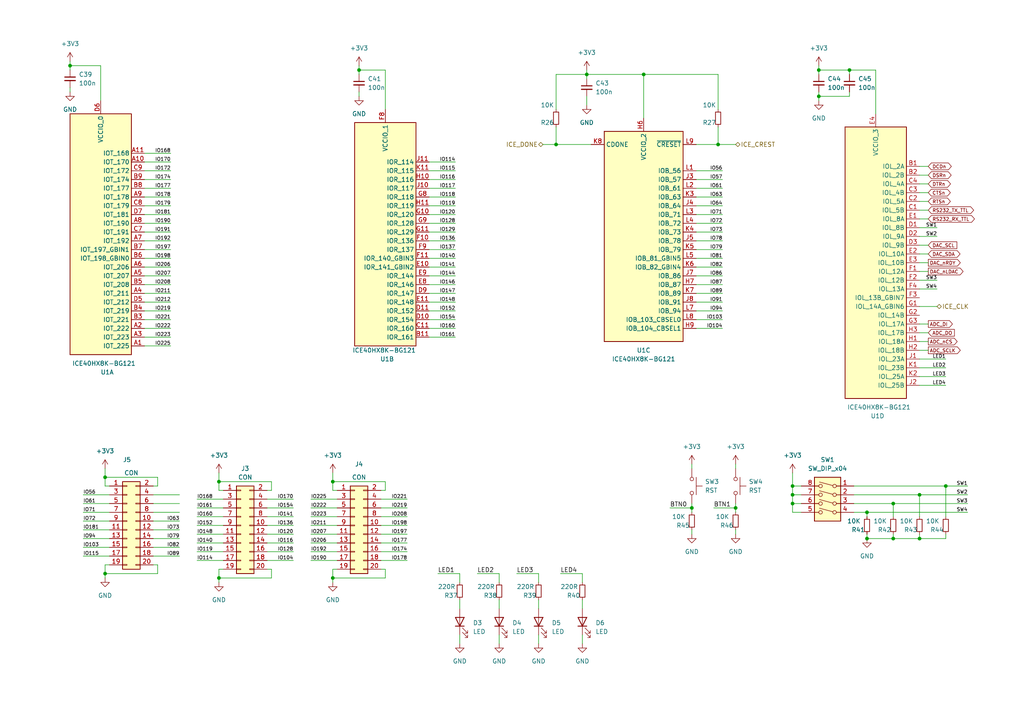
<source format=kicad_sch>
(kicad_sch (version 20211123) (generator eeschema)
  (paper "A4")
  (lib_symbols
    (symbol "Connector_Generic:Conn_02x10_Odd_Even" (pin_names (offset 1.016) hide)
      (property "Reference" "J" (at 1.27 12.7 0))
      (property "Value" "Conn_02x10_Odd_Even" (at 1.27 -15.24 0))
      (symbol "Conn_02x10_Odd_Even_1_1"
        (pin passive line (at -5.08 10.16 0) (length 3.81) (name "Pin_1") (number "1"))
        (pin passive line (at 7.62 0 180) (length 3.81) (name "Pin_10") (number "10"))
        (pin passive line (at -5.08 -2.54 0) (length 3.81) (name "Pin_11") (number "11"))
        (pin passive line (at 7.62 -2.54 180) (length 3.81) (name "Pin_12") (number "12"))
        (pin passive line (at -5.08 -5.08 0) (length 3.81) (name "Pin_13") (number "13"))
        (pin passive line (at 7.62 -5.08 180) (length 3.81) (name "Pin_14") (number "14"))
        (pin passive line (at -5.08 -7.62 0) (length 3.81) (name "Pin_15") (number "15"))
        (pin passive line (at 7.62 -7.62 180) (length 3.81) (name "Pin_16") (number "16"))
        (pin passive line (at -5.08 -10.16 0) (length 3.81) (name "Pin_17") (number "17"))
        (pin passive line (at 7.62 -10.16 180) (length 3.81) (name "Pin_18") (number "18"))
        (pin passive line (at -5.08 -12.7 0) (length 3.81) (name "Pin_19") (number "19"))
        (pin passive line (at 7.62 10.16 180) (length 3.81) (name "Pin_2") (number "2"))
        (pin passive line (at 7.62 -12.7 180) (length 3.81) (name "Pin_20") (number "20"))
        (pin passive line (at -5.08 7.62 0) (length 3.81) (name "Pin_3") (number "3"))
        (pin passive line (at 7.62 7.62 180) (length 3.81) (name "Pin_4") (number "4"))
        (pin passive line (at -5.08 5.08 0) (length 3.81) (name "Pin_5") (number "5"))
        (pin passive line (at 7.62 5.08 180) (length 3.81) (name "Pin_6") (number "6"))
        (pin passive line (at -5.08 2.54 0) (length 3.81) (name "Pin_7") (number "7"))
        (pin passive line (at 7.62 2.54 180) (length 3.81) (name "Pin_8") (number "8"))
        (pin passive line (at -5.08 0 0) (length 3.81) (name "Pin_9") (number "9"))
      )
    )
    (symbol "Device:C_Small" (pin_numbers hide) (pin_names (offset 0.254) hide)
      (property "Reference" "C" (at 0.254 1.778 0))
      (property "Value" "C_Small" (at 0.254 -2.032 0))
      (symbol "C_Small_1_1"
        (pin passive line (at 0 2.54 270) (length 2.032) (name "~") (number "1"))
        (pin passive line (at 0 -2.54 90) (length 2.032) (name "~") (number "2"))
      )
    )
    (symbol "Device:LED" (pin_numbers hide) (pin_names (offset 1.016) hide)
      (property "Reference" "D" (at 0 2.54 0))
      (property "Value" "LED" (at 0 -2.54 0))
      (symbol "LED_1_1"
        (pin passive line (at -3.81 0 0) (length 2.54) (name "K") (number "1"))
        (pin passive line (at 3.81 0 180) (length 2.54) (name "A") (number "2"))
      )
    )
    (symbol "Device:R_Small" (pin_numbers hide) (pin_names (offset 0.254) hide)
      (property "Reference" "R" (at 0.762 0.508 0))
      (property "Value" "R_Small" (at 0.762 -1.016 0))
      (symbol "R_Small_1_1"
        (pin passive line (at 0 2.54 270) (length 0.762) (name "~") (number "1"))
        (pin passive line (at 0 -2.54 90) (length 0.762) (name "~") (number "2"))
      )
    )
    (symbol "FPGA_Lattice:ICE40HX8K-BG121"
      (property "Reference" "U" (at 2.54 44.45 0))
      (property "Value" "ICE40HX8K-BG121" (at 10.16 41.91 0))
      (symbol "ICE40HX8K-BG121_1_1"
        (pin bidirectional line (at -12.7 -35.56 0) (length 3.81) (name "IOT_225") (number "A1"))
        (pin bidirectional line (at -12.7 17.78 0) (length 3.81) (name "IOT_170") (number "A10"))
        (pin bidirectional line (at -12.7 20.32 0) (length 3.81) (name "IOT_168") (number "A11"))
        (pin bidirectional line (at -12.7 -30.48 0) (length 3.81) (name "IOT_222") (number "A2"))
        (pin bidirectional line (at -12.7 -33.02 0) (length 3.81) (name "IOT_223") (number "A3"))
        (pin bidirectional line (at -12.7 -20.32 0) (length 3.81) (name "IOT_211") (number "A4"))
        (pin bidirectional line (at -12.7 -15.24 0) (length 3.81) (name "IOT_207") (number "A5"))
        (pin bidirectional line (at -12.7 -12.7 0) (length 3.81) (name "IOT_206") (number "A6"))
        (pin bidirectional line (at -12.7 -5.08 0) (length 3.81) (name "IOT_192") (number "A7"))
        (pin bidirectional line (at -12.7 0 0) (length 3.81) (name "IOT_190") (number "A8"))
        (pin bidirectional line (at -12.7 7.62 0) (length 3.81) (name "IOT_178") (number "A9"))
        (pin bidirectional line (at -12.7 -27.94 0) (length 3.81) (name "IOT_221") (number "B3"))
        (pin bidirectional line (at -12.7 -25.4 0) (length 3.81) (name "IOT_219") (number "B4"))
        (pin bidirectional line (at -12.7 -17.78 0) (length 3.81) (name "IOT_208") (number "B5"))
        (pin bidirectional line (at -12.7 -10.16 0) (length 3.81) (name "IOT_198_GBIN0") (number "B6"))
        (pin bidirectional line (at -12.7 -7.62 0) (length 3.81) (name "IOT_197_GBIN1") (number "B7"))
        (pin bidirectional line (at -12.7 10.16 0) (length 3.81) (name "IOT_177") (number "B8"))
        (pin bidirectional line (at -12.7 12.7 0) (length 3.81) (name "IOT_174") (number "B9"))
        (pin bidirectional line (at -12.7 -2.54 0) (length 3.81) (name "IOT_191") (number "C7"))
        (pin bidirectional line (at -12.7 5.08 0) (length 3.81) (name "IOT_179") (number "C8"))
        (pin bidirectional line (at -12.7 15.24 0) (length 3.81) (name "IOT_172") (number "C9"))
        (pin bidirectional line (at -12.7 -22.86 0) (length 3.81) (name "IOT_212") (number "D5"))
        (pin power_in line (at 0 35.56 270) (length 3.81) (name "VCCIO_0") (number "D6"))
        (pin bidirectional line (at -12.7 2.54 0) (length 3.81) (name "IOT_181") (number "D7"))
      )
      (symbol "ICE40HX8K-BG121_2_1"
        (pin bidirectional line (at -12.7 -30.48 0) (length 3.81) (name "IOR_161") (number "B11"))
        (pin bidirectional line (at -12.7 -27.94 0) (length 3.81) (name "IOR_160") (number "C11"))
        (pin bidirectional line (at -12.7 -25.4 0) (length 3.81) (name "IOR_154") (number "D10"))
        (pin bidirectional line (at -12.7 -22.86 0) (length 3.81) (name "IOR_152") (number "D11"))
        (pin bidirectional line (at -12.7 -17.78 0) (length 3.81) (name "IOR_147") (number "D9"))
        (pin bidirectional line (at -12.7 -10.16 0) (length 3.81) (name "IOR_141_GBIN2") (number "E10"))
        (pin bidirectional line (at -12.7 -20.32 0) (length 3.81) (name "IOR_148") (number "E11"))
        (pin bidirectional line (at -12.7 -15.24 0) (length 3.81) (name "IOR_146") (number "E8"))
        (pin bidirectional line (at -12.7 -12.7 0) (length 3.81) (name "IOR_144") (number "E9"))
        (pin bidirectional line (at -12.7 -2.54 0) (length 3.81) (name "IOR_136") (number "F10"))
        (pin bidirectional line (at -12.7 -7.62 0) (length 3.81) (name "IOR_140_GBIN3") (number "F11"))
        (pin power_in line (at 0 35.56 270) (length 3.81) (name "VCCIO_1") (number "F8"))
        (pin bidirectional line (at -12.7 -5.08 0) (length 3.81) (name "IOR_137") (number "F9"))
        (pin bidirectional line (at -12.7 5.08 0) (length 3.81) (name "IOR_120") (number "G10"))
        (pin bidirectional line (at -12.7 0 0) (length 3.81) (name "IOR_129") (number "G11"))
        (pin bidirectional line (at -12.7 10.16 0) (length 3.81) (name "IOR_118") (number "G8"))
        (pin bidirectional line (at -12.7 2.54 0) (length 3.81) (name "IOR_128") (number "G9"))
        (pin bidirectional line (at -12.7 15.24 0) (length 3.81) (name "IOR_116") (number "H10"))
        (pin bidirectional line (at -12.7 7.62 0) (length 3.81) (name "IOR_119") (number "H11"))
        (pin bidirectional line (at -12.7 12.7 0) (length 3.81) (name "IOR_117") (number "J10"))
        (pin bidirectional line (at -12.7 20.32 0) (length 3.81) (name "IOR_114") (number "J11"))
        (pin bidirectional line (at -12.7 17.78 0) (length 3.81) (name "IOR_115") (number "K11"))
      )
      (symbol "ICE40HX8K-BG121_3_1"
        (pin power_in line (at 0 33.02 270) (length 3.81) (name "VCCIO_2") (number "H6"))
        (pin bidirectional line (at -15.24 -15.24 0) (length 3.81) (name "IOB_87") (number "H7"))
        (pin bidirectional line (at -15.24 -27.94 0) (length 3.81) (name "IOB_104_CBSEL1") (number "H9"))
        (pin bidirectional line (at -15.24 15.24 0) (length 3.81) (name "IOB_57") (number "J3"))
        (pin bidirectional line (at -15.24 7.62 0) (length 3.81) (name "IOB_64") (number "J4"))
        (pin bidirectional line (at -15.24 -2.54 0) (length 3.81) (name "IOB_78") (number "J5"))
        (pin bidirectional line (at -15.24 -12.7 0) (length 3.81) (name "IOB_86") (number "J7"))
        (pin bidirectional line (at -15.24 -20.32 0) (length 3.81) (name "IOB_91") (number "J8"))
        (pin bidirectional line (at -15.24 10.16 0) (length 3.81) (name "IOB_63") (number "K3"))
        (pin bidirectional line (at -15.24 0 0) (length 3.81) (name "IOB_73") (number "K4"))
        (pin bidirectional line (at -15.24 -5.08 0) (length 3.81) (name "IOB_79") (number "K5"))
        (pin bidirectional line (at -15.24 -10.16 0) (length 3.81) (name "IOB_82_GBIN4") (number "K6"))
        (pin bidirectional line (at -15.24 -17.78 0) (length 3.81) (name "IOB_89") (number "K7"))
        (pin open_collector line (at 15.24 25.4 180) (length 3.81) (name "CDONE") (number "K8"))
        (pin bidirectional line (at -15.24 17.78 0) (length 3.81) (name "IOB_56") (number "L1"))
        (pin bidirectional line (at -15.24 12.7 0) (length 3.81) (name "IOB_61") (number "L2"))
        (pin bidirectional line (at -15.24 5.08 0) (length 3.81) (name "IOB_71") (number "L3"))
        (pin bidirectional line (at -15.24 2.54 0) (length 3.81) (name "IOB_72") (number "L4"))
        (pin bidirectional line (at -15.24 -7.62 0) (length 3.81) (name "IOB_81_GBIN5") (number "L5"))
        (pin bidirectional line (at -15.24 -22.86 0) (length 3.81) (name "IOB_94") (number "L7"))
        (pin bidirectional line (at -15.24 -25.4 0) (length 3.81) (name "IOB_103_CBSEL0") (number "L8"))
        (pin input line (at -15.24 25.4 0) (length 3.81) (name "~{CRESET}") (number "L9"))
      )
      (symbol "ICE40HX8K-BG121_4_1"
        (pin bidirectional line (at -12.7 27.94 0) (length 3.81) (name "IOL_2A") (number "B1"))
        (pin bidirectional line (at -12.7 25.4 0) (length 3.81) (name "IOL_2B") (number "B2"))
        (pin bidirectional line (at -12.7 15.24 0) (length 3.81) (name "IOL_5B") (number "C1"))
        (pin bidirectional line (at -12.7 17.78 0) (length 3.81) (name "IOL_5A") (number "C2"))
        (pin bidirectional line (at -12.7 20.32 0) (length 3.81) (name "IOL_4B") (number "C3"))
        (pin bidirectional line (at -12.7 22.86 0) (length 3.81) (name "IOL_4A") (number "C4"))
        (pin bidirectional line (at -12.7 10.16 0) (length 3.81) (name "IOL_8B") (number "D1"))
        (pin bidirectional line (at -12.7 7.62 0) (length 3.81) (name "IOL_9A") (number "D2"))
        (pin bidirectional line (at -12.7 5.08 0) (length 3.81) (name "IOL_9B") (number "D3"))
        (pin bidirectional line (at -12.7 12.7 0) (length 3.81) (name "IOL_8A") (number "E1"))
        (pin bidirectional line (at -12.7 2.54 0) (length 3.81) (name "IOL_10A") (number "E2"))
        (pin bidirectional line (at -12.7 0 0) (length 3.81) (name "IOL_10B") (number "E3"))
        (pin power_in line (at 0 43.18 270) (length 3.81) (name "VCCIO_3") (number "E4"))
        (pin bidirectional line (at -12.7 -2.54 0) (length 3.81) (name "IOL_12A") (number "F1"))
        (pin bidirectional line (at -12.7 -5.08 0) (length 3.81) (name "IOL_12B") (number "F2"))
        (pin bidirectional line (at -12.7 -10.16 0) (length 3.81) (name "IOL_13B_GBIN7") (number "F3"))
        (pin bidirectional line (at -12.7 -7.62 0) (length 3.81) (name "IOL_13A") (number "F4"))
        (pin bidirectional line (at -12.7 -12.7 0) (length 3.81) (name "IOL_14A_GBIN6") (number "G1"))
        (pin bidirectional line (at -12.7 -15.24 0) (length 3.81) (name "IOL_14B") (number "G2"))
        (pin bidirectional line (at -12.7 -17.78 0) (length 3.81) (name "IOL_17A") (number "G3"))
        (pin passive line (at 0 43.18 270) (length 3.81) hide (name "VCCIO_3") (number "G4"))
        (pin bidirectional line (at -12.7 -22.86 0) (length 3.81) (name "IOL_18A") (number "H1"))
        (pin bidirectional line (at -12.7 -25.4 0) (length 3.81) (name "IOL_18B") (number "H2"))
        (pin bidirectional line (at -12.7 -20.32 0) (length 3.81) (name "IOL_17B") (number "H3"))
        (pin bidirectional line (at -12.7 -27.94 0) (length 3.81) (name "IOL_23A") (number "J1"))
        (pin bidirectional line (at -12.7 -35.56 0) (length 3.81) (name "IOL_25B") (number "J2"))
        (pin bidirectional line (at -12.7 -30.48 0) (length 3.81) (name "IOL_23B") (number "K1"))
        (pin bidirectional line (at -12.7 -33.02 0) (length 3.81) (name "IOL_25A") (number "K2"))
      )
      (symbol "ICE40HX8K-BG121_5_1"
        (pin power_in line (at -2.54 17.78 270) (length 3.81) (name "VPP_FAST") (number "B10"))
        (pin power_in line (at 0 17.78 270) (length 3.81) (name "VPP_2V5") (number "C10"))
        (pin power_in line (at 15.24 -10.16 180) (length 3.81) (name "GNDPLL1") (number "C5"))
        (pin power_in line (at 15.24 -2.54 180) (length 3.81) (name "VCCPLL1") (number "C6"))
        (pin passive line (at 2.54 17.78 270) (length 3.81) hide (name "VCC") (number "D4"))
        (pin power_in line (at 2.54 17.78 270) (length 3.81) (name "VCC") (number "D8"))
        (pin power_in line (at -7.62 -17.78 90) (length 3.81) (name "GND") (number "E5"))
        (pin passive line (at -7.62 -17.78 90) (length 3.81) hide (name "GND") (number "E6"))
        (pin passive line (at -7.62 -17.78 90) (length 3.81) hide (name "GND") (number "E7"))
        (pin passive line (at -7.62 -17.78 90) (length 3.81) hide (name "GND") (number "F5"))
        (pin passive line (at -7.62 -17.78 90) (length 3.81) hide (name "GND") (number "F6"))
        (pin passive line (at -7.62 -17.78 90) (length 3.81) hide (name "GND") (number "F7"))
        (pin passive line (at -7.62 -17.78 90) (length 3.81) hide (name "GND") (number "G5"))
        (pin passive line (at -7.62 -17.78 90) (length 3.81) hide (name "GND") (number "G6"))
        (pin passive line (at -7.62 -17.78 90) (length 3.81) hide (name "GND") (number "G7"))
        (pin passive line (at 2.54 17.78 270) (length 3.81) hide (name "VCC") (number "H4"))
        (pin passive line (at -7.62 -17.78 90) (length 3.81) hide (name "GND") (number "H5"))
        (pin passive line (at 2.54 17.78 270) (length 3.81) hide (name "VCC") (number "H8"))
        (pin power_in line (at 15.24 7.62 180) (length 3.81) (name "VCCPLL0") (number "J6"))
        (pin bidirectional line (at -15.24 0 0) (length 3.81) (name "IOB_106_SDI") (number "J9"))
        (pin bidirectional line (at -15.24 -5.08 0) (length 3.81) (name "IOB_108_SS") (number "K10"))
        (pin bidirectional line (at -15.24 2.54 0) (length 3.81) (name "IOB_105_SDO") (number "K9"))
        (pin bidirectional line (at -15.24 -2.54 0) (length 3.81) (name "IOB_107_SCK") (number "L10"))
        (pin power_in line (at -7.62 17.78 270) (length 3.81) (name "VCC_SPI") (number "L11"))
        (pin power_in line (at 15.24 0 180) (length 3.81) (name "GNDPLL0") (number "L6"))
      )
    )
    (symbol "Switch:SW_DIP_x04" (pin_names (offset 0) hide)
      (property "Reference" "SW" (at 0 8.89 0))
      (property "Value" "SW_DIP_x04" (at 0 -6.35 0))
      (symbol "SW_DIP_x04_1_1"
        (pin passive line (at -7.62 5.08 0) (length 5.08) (name "~") (number "1"))
        (pin passive line (at -7.62 2.54 0) (length 5.08) (name "~") (number "2"))
        (pin passive line (at -7.62 0 0) (length 5.08) (name "~") (number "3"))
        (pin passive line (at -7.62 -2.54 0) (length 5.08) (name "~") (number "4"))
        (pin passive line (at 7.62 -2.54 180) (length 5.08) (name "~") (number "5"))
        (pin passive line (at 7.62 0 180) (length 5.08) (name "~") (number "6"))
        (pin passive line (at 7.62 2.54 180) (length 5.08) (name "~") (number "7"))
        (pin passive line (at 7.62 5.08 180) (length 5.08) (name "~") (number "8"))
      )
    )
    (symbol "Switch:SW_Push" (pin_numbers hide) (pin_names (offset 1.016) hide)
      (property "Reference" "SW" (at 1.27 2.54 0))
      (property "Value" "SW_Push" (at 0 -1.524 0))
      (symbol "SW_Push_0_1"
        (pin passive line (at -5.08 0 0) (length 2.54) (name "1") (number "1"))
        (pin passive line (at 5.08 0 180) (length 2.54) (name "2") (number "2"))
      )
    )
    (symbol "power:+3.3V" (power) (pin_names (offset 0))
      (property "Value" "+3.3V" (at 0 3.556 0))
      (symbol "+3.3V_1_1"
        (pin power_in line (at 0 0 90) (length 0) hide (name "+3V3") (number "1"))
      )
    )
    (symbol "power:GND" (power) (pin_names (offset 0))
      (property "Value" "GND" (at 0 -3.81 0))
      (symbol "GND_1_1"
        (pin power_in line (at 0 0 270) (length 0) hide (name "GND") (number "1"))
      )
    )
  )
  (junction (at 170.18 21.59))
  (junction (at 259.08 156.21))
  (junction (at 251.46 148.59))
  (junction (at 104.14 20.32))
  (junction (at 213.36 147.32))
  (junction (at 30.48 138.43))
  (junction (at 63.5 139.7))
  (junction (at 63.5 167.64))
  (junction (at 266.7 156.21))
  (junction (at 200.66 147.32))
  (junction (at 30.48 166.37))
  (junction (at 96.52 167.64))
  (junction (at 208.28 41.91))
  (junction (at 229.87 140.97))
  (junction (at 186.69 21.59))
  (junction (at 229.87 146.05))
  (junction (at 274.32 140.97))
  (junction (at 237.49 27.94))
  (junction (at 266.7 143.51))
  (junction (at 251.46 156.21))
  (junction (at 96.52 139.7))
  (junction (at 259.08 146.05))
  (junction (at 237.49 20.32))
  (junction (at 20.32 19.05))
  (junction (at 229.87 143.51))
  (junction (at 246.38 20.32))
  (junction (at 161.29 41.91))
  (wire (pts (xy 124.46 54.61) (xy 132.08 54.61)))
  (wire (pts (xy 96.52 165.1) (xy 97.79 165.1)))
  (wire (pts (xy 162.56 166.37) (xy 168.91 166.37)))
  (wire (pts (xy 201.93 57.15) (xy 209.55 57.15)))
  (wire (pts (xy 237.49 27.94) (xy 246.38 27.94)))
  (wire (pts (xy 229.87 146.05) (xy 232.41 146.05)))
  (wire (pts (xy 77.47 162.56) (xy 85.09 162.56)))
  (wire (pts (xy 266.7 143.51) (xy 280.67 143.51)))
  (wire (pts (xy 20.32 17.78) (xy 20.32 19.05)))
  (wire (pts (xy 57.15 157.48) (xy 64.77 157.48)))
  (wire (pts (xy 104.14 19.05) (xy 104.14 20.32)))
  (wire (pts (xy 168.91 173.99) (xy 168.91 176.53)))
  (wire (pts (xy 266.7 109.22) (xy 274.32 109.22)))
  (wire (pts (xy 111.76 167.64) (xy 111.76 165.1)))
  (wire (pts (xy 124.46 85.09) (xy 132.08 85.09)))
  (wire (pts (xy 208.28 41.91) (xy 213.36 41.91)))
  (wire (pts (xy 41.91 67.31) (xy 49.53 67.31)))
  (wire (pts (xy 90.17 147.32) (xy 97.79 147.32)))
  (wire (pts (xy 20.32 19.05) (xy 20.32 20.32)))
  (wire (pts (xy 266.7 106.68) (xy 274.32 106.68)))
  (wire (pts (xy 161.29 36.83) (xy 161.29 41.91)))
  (wire (pts (xy 266.7 50.8) (xy 269.24 50.8)))
  (wire (pts (xy 144.78 166.37) (xy 144.78 168.91)))
  (wire (pts (xy 90.17 160.02) (xy 97.79 160.02)))
  (wire (pts (xy 63.5 168.91) (xy 63.5 167.64)))
  (wire (pts (xy 201.93 64.77) (xy 209.55 64.77)))
  (wire (pts (xy 266.7 88.9) (xy 271.78 88.9)))
  (wire (pts (xy 24.13 146.05) (xy 31.75 146.05)))
  (wire (pts (xy 201.93 85.09) (xy 209.55 85.09)))
  (wire (pts (xy 24.13 158.75) (xy 31.75 158.75)))
  (wire (pts (xy 111.76 20.32) (xy 104.14 20.32)))
  (wire (pts (xy 124.46 77.47) (xy 132.08 77.47)))
  (wire (pts (xy 246.38 20.32) (xy 246.38 21.59)))
  (wire (pts (xy 201.93 87.63) (xy 209.55 87.63)))
  (wire (pts (xy 77.47 149.86) (xy 85.09 149.86)))
  (wire (pts (xy 156.21 184.15) (xy 156.21 186.69)))
  (wire (pts (xy 110.49 162.56) (xy 118.11 162.56)))
  (wire (pts (xy 96.52 137.16) (xy 96.52 139.7)))
  (wire (pts (xy 96.52 139.7) (xy 111.76 139.7)))
  (wire (pts (xy 44.45 163.83) (xy 45.72 163.83)))
  (wire (pts (xy 213.36 146.05) (xy 213.36 147.32)))
  (wire (pts (xy 124.46 52.07) (xy 132.08 52.07)))
  (wire (pts (xy 200.66 146.05) (xy 200.66 147.32)))
  (wire (pts (xy 41.91 46.99) (xy 49.53 46.99)))
  (wire (pts (xy 124.46 87.63) (xy 132.08 87.63)))
  (wire (pts (xy 30.48 138.43) (xy 45.72 138.43)))
  (wire (pts (xy 110.49 154.94) (xy 118.11 154.94)))
  (wire (pts (xy 251.46 148.59) (xy 247.65 148.59)))
  (wire (pts (xy 161.29 21.59) (xy 170.18 21.59)))
  (wire (pts (xy 201.93 80.01) (xy 209.55 80.01)))
  (wire (pts (xy 90.17 162.56) (xy 97.79 162.56)))
  (wire (pts (xy 77.47 160.02) (xy 85.09 160.02)))
  (wire (pts (xy 24.13 143.51) (xy 31.75 143.51)))
  (wire (pts (xy 124.46 74.93) (xy 132.08 74.93)))
  (wire (pts (xy 44.45 146.05) (xy 52.07 146.05)))
  (wire (pts (xy 200.66 147.32) (xy 200.66 148.59)))
  (wire (pts (xy 124.46 49.53) (xy 132.08 49.53)))
  (wire (pts (xy 63.5 167.64) (xy 63.5 165.1)))
  (wire (pts (xy 213.36 147.32) (xy 213.36 148.59)))
  (wire (pts (xy 110.49 144.78) (xy 118.11 144.78)))
  (wire (pts (xy 110.49 157.48) (xy 118.11 157.48)))
  (wire (pts (xy 200.66 153.67) (xy 200.66 154.94)))
  (wire (pts (xy 45.72 166.37) (xy 45.72 163.83)))
  (wire (pts (xy 201.93 77.47) (xy 209.55 77.47)))
  (wire (pts (xy 266.7 93.98) (xy 269.24 93.98)))
  (wire (pts (xy 57.15 162.56) (xy 64.77 162.56)))
  (wire (pts (xy 237.49 20.32) (xy 246.38 20.32)))
  (wire (pts (xy 30.48 163.83) (xy 31.75 163.83)))
  (wire (pts (xy 24.13 161.29) (xy 31.75 161.29)))
  (wire (pts (xy 213.36 153.67) (xy 213.36 154.94)))
  (wire (pts (xy 251.46 148.59) (xy 280.67 148.59)))
  (wire (pts (xy 156.21 166.37) (xy 156.21 168.91)))
  (wire (pts (xy 266.7 55.88) (xy 269.24 55.88)))
  (wire (pts (xy 144.78 184.15) (xy 144.78 186.69)))
  (wire (pts (xy 78.74 142.24) (xy 78.74 139.7)))
  (wire (pts (xy 30.48 167.64) (xy 30.48 166.37)))
  (wire (pts (xy 124.46 62.23) (xy 132.08 62.23)))
  (wire (pts (xy 157.48 41.91) (xy 161.29 41.91)))
  (wire (pts (xy 247.65 146.05) (xy 259.08 146.05)))
  (wire (pts (xy 44.45 158.75) (xy 52.07 158.75)))
  (wire (pts (xy 90.17 157.48) (xy 97.79 157.48)))
  (wire (pts (xy 266.7 111.76) (xy 274.32 111.76)))
  (wire (pts (xy 138.43 166.37) (xy 144.78 166.37)))
  (wire (pts (xy 20.32 19.05) (xy 29.21 19.05)))
  (wire (pts (xy 259.08 149.86) (xy 259.08 146.05)))
  (wire (pts (xy 201.93 82.55) (xy 209.55 82.55)))
  (wire (pts (xy 110.49 152.4) (xy 118.11 152.4)))
  (wire (pts (xy 133.35 166.37) (xy 133.35 168.91)))
  (wire (pts (xy 57.15 154.94) (xy 64.77 154.94)))
  (wire (pts (xy 41.91 85.09) (xy 49.53 85.09)))
  (wire (pts (xy 90.17 149.86) (xy 97.79 149.86)))
  (wire (pts (xy 41.91 95.25) (xy 49.53 95.25)))
  (wire (pts (xy 266.7 66.04) (xy 271.78 66.04)))
  (wire (pts (xy 30.48 138.43) (xy 30.48 140.97)))
  (wire (pts (xy 133.35 184.15) (xy 133.35 186.69)))
  (wire (pts (xy 124.46 95.25) (xy 132.08 95.25)))
  (wire (pts (xy 274.32 149.86) (xy 274.32 140.97)))
  (wire (pts (xy 229.87 137.16) (xy 229.87 140.97)))
  (wire (pts (xy 41.91 72.39) (xy 49.53 72.39)))
  (wire (pts (xy 266.7 99.06) (xy 269.24 99.06)))
  (wire (pts (xy 246.38 27.94) (xy 246.38 26.67)))
  (wire (pts (xy 127 166.37) (xy 133.35 166.37)))
  (wire (pts (xy 186.69 21.59) (xy 186.69 34.29)))
  (wire (pts (xy 57.15 152.4) (xy 64.77 152.4)))
  (wire (pts (xy 111.76 142.24) (xy 111.76 139.7)))
  (wire (pts (xy 124.46 57.15) (xy 132.08 57.15)))
  (wire (pts (xy 266.7 73.66) (xy 269.24 73.66)))
  (wire (pts (xy 201.93 74.93) (xy 209.55 74.93)))
  (wire (pts (xy 266.7 101.6) (xy 269.24 101.6)))
  (wire (pts (xy 124.46 80.01) (xy 132.08 80.01)))
  (wire (pts (xy 41.91 54.61) (xy 49.53 54.61)))
  (wire (pts (xy 96.52 167.64) (xy 96.52 165.1)))
  (wire (pts (xy 200.66 134.62) (xy 200.66 135.89)))
  (wire (pts (xy 208.28 21.59) (xy 186.69 21.59)))
  (wire (pts (xy 41.91 49.53) (xy 49.53 49.53)))
  (wire (pts (xy 266.7 96.52) (xy 269.24 96.52)))
  (wire (pts (xy 44.45 156.21) (xy 52.07 156.21)))
  (wire (pts (xy 201.93 52.07) (xy 209.55 52.07)))
  (wire (pts (xy 201.93 67.31) (xy 209.55 67.31)))
  (wire (pts (xy 41.91 77.47) (xy 49.53 77.47)))
  (wire (pts (xy 124.46 90.17) (xy 132.08 90.17)))
  (wire (pts (xy 104.14 26.67) (xy 104.14 27.94)))
  (wire (pts (xy 229.87 140.97) (xy 232.41 140.97)))
  (wire (pts (xy 30.48 166.37) (xy 30.48 163.83)))
  (wire (pts (xy 201.93 72.39) (xy 209.55 72.39)))
  (wire (pts (xy 96.52 168.91) (xy 96.52 167.64)))
  (wire (pts (xy 44.45 161.29) (xy 52.07 161.29)))
  (wire (pts (xy 41.91 82.55) (xy 49.53 82.55)))
  (wire (pts (xy 266.7 68.58) (xy 271.78 68.58)))
  (wire (pts (xy 77.47 157.48) (xy 85.09 157.48)))
  (wire (pts (xy 77.47 144.78) (xy 85.09 144.78)))
  (wire (pts (xy 237.49 26.67) (xy 237.49 27.94)))
  (wire (pts (xy 266.7 149.86) (xy 266.7 143.51)))
  (wire (pts (xy 229.87 146.05) (xy 229.87 143.51)))
  (wire (pts (xy 266.7 71.12) (xy 269.24 71.12)))
  (wire (pts (xy 90.17 154.94) (xy 97.79 154.94)))
  (wire (pts (xy 110.49 147.32) (xy 118.11 147.32)))
  (wire (pts (xy 77.47 142.24) (xy 78.74 142.24)))
  (wire (pts (xy 41.91 87.63) (xy 49.53 87.63)))
  (wire (pts (xy 201.93 95.25) (xy 209.55 95.25)))
  (wire (pts (xy 77.47 147.32) (xy 85.09 147.32)))
  (wire (pts (xy 144.78 173.99) (xy 144.78 176.53)))
  (wire (pts (xy 57.15 147.32) (xy 64.77 147.32)))
  (wire (pts (xy 63.5 167.64) (xy 78.74 167.64)))
  (wire (pts (xy 251.46 154.94) (xy 251.46 156.21)))
  (wire (pts (xy 124.46 82.55) (xy 132.08 82.55)))
  (wire (pts (xy 63.5 137.16) (xy 63.5 139.7)))
  (wire (pts (xy 110.49 160.02) (xy 118.11 160.02)))
  (wire (pts (xy 78.74 167.64) (xy 78.74 165.1)))
  (wire (pts (xy 124.46 72.39) (xy 132.08 72.39)))
  (wire (pts (xy 232.41 148.59) (xy 229.87 148.59)))
  (wire (pts (xy 266.7 78.74) (xy 269.24 78.74)))
  (wire (pts (xy 41.91 52.07) (xy 49.53 52.07)))
  (wire (pts (xy 266.7 104.14) (xy 274.32 104.14)))
  (wire (pts (xy 246.38 20.32) (xy 254 20.32)))
  (wire (pts (xy 266.7 83.82) (xy 271.78 83.82)))
  (wire (pts (xy 170.18 21.59) (xy 170.18 22.86)))
  (wire (pts (xy 124.46 64.77) (xy 132.08 64.77)))
  (wire (pts (xy 63.5 139.7) (xy 63.5 142.24)))
  (wire (pts (xy 96.52 167.64) (xy 111.76 167.64)))
  (wire (pts (xy 170.18 20.32) (xy 170.18 21.59)))
  (wire (pts (xy 41.91 59.69) (xy 49.53 59.69)))
  (wire (pts (xy 229.87 143.51) (xy 229.87 140.97)))
  (wire (pts (xy 259.08 146.05) (xy 280.67 146.05)))
  (wire (pts (xy 41.91 44.45) (xy 49.53 44.45)))
  (wire (pts (xy 251.46 156.21) (xy 259.08 156.21)))
  (wire (pts (xy 229.87 148.59) (xy 229.87 146.05)))
  (wire (pts (xy 24.13 156.21) (xy 31.75 156.21)))
  (wire (pts (xy 237.49 29.21) (xy 237.49 27.94)))
  (wire (pts (xy 124.46 46.99) (xy 132.08 46.99)))
  (wire (pts (xy 110.49 165.1) (xy 111.76 165.1)))
  (wire (pts (xy 44.45 143.51) (xy 52.07 143.51)))
  (wire (pts (xy 90.17 144.78) (xy 97.79 144.78)))
  (wire (pts (xy 170.18 27.94) (xy 170.18 30.48)))
  (wire (pts (xy 41.91 62.23) (xy 49.53 62.23)))
  (wire (pts (xy 41.91 97.79) (xy 49.53 97.79)))
  (wire (pts (xy 30.48 166.37) (xy 45.72 166.37)))
  (wire (pts (xy 201.93 41.91) (xy 208.28 41.91)))
  (wire (pts (xy 63.5 139.7) (xy 78.74 139.7)))
  (wire (pts (xy 194.31 147.32) (xy 200.66 147.32)))
  (wire (pts (xy 274.32 140.97) (xy 280.67 140.97)))
  (wire (pts (xy 201.93 92.71) (xy 209.55 92.71)))
  (wire (pts (xy 229.87 143.51) (xy 232.41 143.51)))
  (wire (pts (xy 208.28 31.75) (xy 208.28 21.59)))
  (wire (pts (xy 208.28 41.91) (xy 208.28 36.83)))
  (wire (pts (xy 266.7 156.21) (xy 274.32 156.21)))
  (wire (pts (xy 168.91 184.15) (xy 168.91 186.69)))
  (wire (pts (xy 44.45 148.59) (xy 52.07 148.59)))
  (wire (pts (xy 41.91 100.33) (xy 49.53 100.33)))
  (wire (pts (xy 20.32 25.4) (xy 20.32 26.67)))
  (wire (pts (xy 64.77 142.24) (xy 63.5 142.24)))
  (wire (pts (xy 247.65 140.97) (xy 274.32 140.97)))
  (wire (pts (xy 266.7 76.2) (xy 269.24 76.2)))
  (wire (pts (xy 41.91 90.17) (xy 49.53 90.17)))
  (wire (pts (xy 44.45 151.13) (xy 52.07 151.13)))
  (wire (pts (xy 77.47 165.1) (xy 78.74 165.1)))
  (wire (pts (xy 110.49 142.24) (xy 111.76 142.24)))
  (wire (pts (xy 274.32 156.21) (xy 274.32 154.94)))
  (wire (pts (xy 104.14 20.32) (xy 104.14 21.59)))
  (wire (pts (xy 24.13 151.13) (xy 31.75 151.13)))
  (wire (pts (xy 266.7 58.42) (xy 269.24 58.42)))
  (wire (pts (xy 201.93 62.23) (xy 209.55 62.23)))
  (wire (pts (xy 24.13 153.67) (xy 31.75 153.67)))
  (wire (pts (xy 266.7 156.21) (xy 266.7 154.94)))
  (wire (pts (xy 207.01 147.32) (xy 213.36 147.32)))
  (wire (pts (xy 124.46 97.79) (xy 132.08 97.79)))
  (wire (pts (xy 259.08 156.21) (xy 259.08 154.94)))
  (wire (pts (xy 41.91 74.93) (xy 49.53 74.93)))
  (wire (pts (xy 133.35 173.99) (xy 133.35 176.53)))
  (wire (pts (xy 110.49 149.86) (xy 118.11 149.86)))
  (wire (pts (xy 29.21 19.05) (xy 29.21 29.21)))
  (wire (pts (xy 57.15 160.02) (xy 64.77 160.02)))
  (wire (pts (xy 201.93 49.53) (xy 209.55 49.53)))
  (wire (pts (xy 266.7 53.34) (xy 269.24 53.34)))
  (wire (pts (xy 44.45 153.67) (xy 52.07 153.67)))
  (wire (pts (xy 266.7 48.26) (xy 269.24 48.26)))
  (wire (pts (xy 247.65 143.51) (xy 266.7 143.51)))
  (wire (pts (xy 41.91 57.15) (xy 49.53 57.15)))
  (wire (pts (xy 77.47 154.94) (xy 85.09 154.94)))
  (wire (pts (xy 44.45 140.97) (xy 45.72 140.97)))
  (wire (pts (xy 201.93 69.85) (xy 209.55 69.85)))
  (wire (pts (xy 90.17 152.4) (xy 97.79 152.4)))
  (wire (pts (xy 41.91 80.01) (xy 49.53 80.01)))
  (wire (pts (xy 41.91 69.85) (xy 49.53 69.85)))
  (wire (pts (xy 161.29 41.91) (xy 171.45 41.91)))
  (wire (pts (xy 124.46 67.31) (xy 132.08 67.31)))
  (wire (pts (xy 201.93 59.69) (xy 209.55 59.69)))
  (wire (pts (xy 31.75 140.97) (xy 30.48 140.97)))
  (wire (pts (xy 161.29 31.75) (xy 161.29 21.59)))
  (wire (pts (xy 24.13 148.59) (xy 31.75 148.59)))
  (wire (pts (xy 124.46 92.71) (xy 132.08 92.71)))
  (wire (pts (xy 237.49 20.32) (xy 237.49 21.59)))
  (wire (pts (xy 30.48 135.89) (xy 30.48 138.43)))
  (wire (pts (xy 156.21 173.99) (xy 156.21 176.53)))
  (wire (pts (xy 41.91 64.77) (xy 49.53 64.77)))
  (wire (pts (xy 168.91 166.37) (xy 168.91 168.91)))
  (wire (pts (xy 170.18 21.59) (xy 186.69 21.59)))
  (wire (pts (xy 254 20.32) (xy 254 33.02)))
  (wire (pts (xy 45.72 140.97) (xy 45.72 138.43)))
  (wire (pts (xy 77.47 152.4) (xy 85.09 152.4)))
  (wire (pts (xy 266.7 63.5) (xy 269.24 63.5)))
  (wire (pts (xy 111.76 20.32) (xy 111.76 31.75)))
  (wire (pts (xy 201.93 54.61) (xy 209.55 54.61)))
  (wire (pts (xy 237.49 19.05) (xy 237.49 20.32)))
  (wire (pts (xy 57.15 144.78) (xy 64.77 144.78)))
  (wire (pts (xy 266.7 60.96) (xy 269.24 60.96)))
  (wire (pts (xy 124.46 59.69) (xy 132.08 59.69)))
  (wire (pts (xy 201.93 90.17) (xy 209.55 90.17)))
  (wire (pts (xy 259.08 156.21) (xy 266.7 156.21)))
  (wire (pts (xy 251.46 149.86) (xy 251.46 148.59)))
  (wire (pts (xy 63.5 165.1) (xy 64.77 165.1)))
  (wire (pts (xy 124.46 69.85) (xy 132.08 69.85)))
  (wire (pts (xy 213.36 134.62) (xy 213.36 135.89)))
  (wire (pts (xy 266.7 81.28) (xy 271.78 81.28)))
  (wire (pts (xy 149.86 166.37) (xy 156.21 166.37)))
  (wire (pts (xy 97.79 142.24) (xy 96.52 142.24)))
  (wire (pts (xy 41.91 92.71) (xy 49.53 92.71)))
  (wire (pts (xy 96.52 139.7) (xy 96.52 142.24)))
  (wire (pts (xy 57.15 149.86) (xy 64.77 149.86)))
  (label "IO154" (at 132.08 92.71 180) (effects (font (size 1 1))))
  (label "IO222" (at 90.17 147.32 0) (effects (font (size 1 1))))
  (label "IO172" (at 49.53 49.53 180) (effects (font (size 1 1))))
  (label "IO206" (at 49.53 77.47 180) (effects (font (size 1 1))))
  (label "IO161" (at 57.15 147.32 0) (effects (font (size 1 1))))
  (label "IO89" (at 209.55 85.09 180) (effects (font (size 1 1))))
  (label "IO197" (at 118.11 154.94 180) (effects (font (size 1 1))))
  (label "IO148" (at 132.08 87.63 180) (effects (font (size 1 1))))
  (label "IO148" (at 57.15 154.94 0) (effects (font (size 1 1))))
  (label "IO181" (at 49.53 62.23 180) (effects (font (size 1 1))))
  (label "IO223" (at 49.53 97.79 180) (effects (font (size 1 1))))
  (label "BTN1" (at 207.01 147.32 0))
  (label "IO168" (at 57.15 144.78 0) (effects (font (size 1 1))))
  (label "IO104" (at 209.55 95.25 180) (effects (font (size 1 1))))
  (label "IO71" (at 24.13 148.59 0) (effects (font (size 1 1))))
  (label "IO140" (at 57.15 157.48 0) (effects (font (size 1 1))))
  (label "IO61" (at 209.55 54.61 180) (effects (font (size 1 1))))
  (label "IO223" (at 90.17 149.86 0) (effects (font (size 1 1))))
  (label "IO191" (at 49.53 67.31 180) (effects (font (size 1 1))))
  (label "IO177" (at 49.53 54.61 180) (effects (font (size 1 1))))
  (label "IO72" (at 209.55 64.77 180) (effects (font (size 1 1))))
  (label "IO221" (at 118.11 144.78 180) (effects (font (size 1 1))))
  (label "IO63" (at 52.07 151.13 180) (effects (font (size 1 1))))
  (label "IO120" (at 85.09 154.94 180) (effects (font (size 1 1))))
  (label "IO118" (at 132.08 57.15 180) (effects (font (size 1 1))))
  (label "IO206" (at 90.17 157.48 0) (effects (font (size 1 1))))
  (label "IO116" (at 85.09 157.48 180) (effects (font (size 1 1))))
  (label "IO198" (at 118.11 152.4 180) (effects (font (size 1 1))))
  (label "IO181" (at 24.13 153.67 0) (effects (font (size 1 1))))
  (label "IO211" (at 49.53 85.09 180) (effects (font (size 1 1))))
  (label "IO82" (at 209.55 77.47 180) (effects (font (size 1 1))))
  (label "IO78" (at 209.55 69.85 180) (effects (font (size 1 1))))
  (label "SW2" (at 280.67 143.51 180) (effects (font (size 1 1))))
  (label "IO72" (at 24.13 151.13 0) (effects (font (size 1 1))))
  (label "IO141" (at 85.09 149.86 180) (effects (font (size 1 1))))
  (label "IO89" (at 52.07 161.29 180) (effects (font (size 1 1))))
  (label "IO170" (at 49.53 46.99 180) (effects (font (size 1 1))))
  (label "IO174" (at 49.53 52.07 180) (effects (font (size 1 1))))
  (label "IO79" (at 209.55 72.39 180) (effects (font (size 1 1))))
  (label "IO178" (at 49.53 57.15 180) (effects (font (size 1 1))))
  (label "IO211" (at 90.17 152.4 0) (effects (font (size 1 1))))
  (label "SW2" (at 271.78 68.58 180) (effects (font (size 1 1))))
  (label "IO94" (at 24.13 156.21 0) (effects (font (size 1 1))))
  (label "IO104" (at 85.09 162.56 180) (effects (font (size 1 1))))
  (label "IO160" (at 57.15 149.86 0) (effects (font (size 1 1))))
  (label "IO208" (at 118.11 149.86 180) (effects (font (size 1 1))))
  (label "IO170" (at 85.09 144.78 180) (effects (font (size 1 1))))
  (label "IO219" (at 49.53 90.17 180) (effects (font (size 1 1))))
  (label "IO192" (at 90.17 160.02 0) (effects (font (size 1 1))))
  (label "IO128" (at 132.08 64.77 180) (effects (font (size 1 1))))
  (label "IO222" (at 49.53 95.25 180) (effects (font (size 1 1))))
  (label "LED2" (at 274.32 106.68 180) (effects (font (size 1 1))))
  (label "IO61" (at 24.13 146.05 0) (effects (font (size 1 1))))
  (label "IO147" (at 132.08 85.09 180) (effects (font (size 1 1))))
  (label "IO119" (at 57.15 160.02 0) (effects (font (size 1 1))))
  (label "SW4" (at 271.78 83.82 180) (effects (font (size 1 1))))
  (label "IO190" (at 90.17 162.56 0) (effects (font (size 1 1))))
  (label "IO87" (at 209.55 82.55 180) (effects (font (size 1 1))))
  (label "IO178" (at 118.11 162.56 180) (effects (font (size 1 1))))
  (label "SW1" (at 271.78 66.04 180) (effects (font (size 1 1))))
  (label "LED3" (at 274.32 109.22 180) (effects (font (size 1 1))))
  (label "SW4" (at 280.67 148.59 180) (effects (font (size 1 1))))
  (label "IO114" (at 57.15 162.56 0) (effects (font (size 1 1))))
  (label "IO174" (at 118.11 160.02 180) (effects (font (size 1 1))))
  (label "IO116" (at 132.08 52.07 180) (effects (font (size 1 1))))
  (label "IO190" (at 49.53 64.77 180) (effects (font (size 1 1))))
  (label "IO144" (at 132.08 80.01 180) (effects (font (size 1 1))))
  (label "LED4" (at 162.56 166.37 0))
  (label "IO91" (at 209.55 87.63 180) (effects (font (size 1 1))))
  (label "IO221" (at 49.53 92.71 180) (effects (font (size 1 1))))
  (label "LED1" (at 127 166.37 0))
  (label "SW1" (at 280.67 140.97 180) (effects (font (size 1 1))))
  (label "IO82" (at 52.07 158.75 180) (effects (font (size 1 1))))
  (label "SW3" (at 280.67 146.05 180) (effects (font (size 1 1))))
  (label "LED2" (at 138.43 166.37 0))
  (label "IO56" (at 24.13 143.51 0) (effects (font (size 1 1))))
  (label "BTN0" (at 194.31 147.32 0))
  (label "IO128" (at 85.09 160.02 180) (effects (font (size 1 1))))
  (label "IO198" (at 49.53 74.93 180) (effects (font (size 1 1))))
  (label "IO57" (at 209.55 52.07 180) (effects (font (size 1 1))))
  (label "IO192" (at 49.53 69.85 180) (effects (font (size 1 1))))
  (label "IO137" (at 132.08 72.39 180) (effects (font (size 1 1))))
  (label "IO119" (at 132.08 59.69 180) (effects (font (size 1 1))))
  (label "IO114" (at 132.08 46.99 180) (effects (font (size 1 1))))
  (label "IO225" (at 49.53 100.33 180) (effects (font (size 1 1))))
  (label "IO94" (at 209.55 90.17 180) (effects (font (size 1 1))))
  (label "LED4" (at 274.32 111.76 180) (effects (font (size 1 1))))
  (label "IO81" (at 209.55 74.93 180) (effects (font (size 1 1))))
  (label "LED3" (at 149.86 166.37 0))
  (label "IO160" (at 132.08 95.25 180) (effects (font (size 1 1))))
  (label "SW3" (at 271.78 81.28 180) (effects (font (size 1 1))))
  (label "IO141" (at 132.08 77.47 180) (effects (font (size 1 1))))
  (label "IO79" (at 52.07 156.21 180) (effects (font (size 1 1))))
  (label "IO73" (at 52.07 153.67 180) (effects (font (size 1 1))))
  (label "IO73" (at 209.55 67.31 180) (effects (font (size 1 1))))
  (label "IO197" (at 49.53 72.39 180) (effects (font (size 1 1))))
  (label "IO207" (at 49.53 80.01 180) (effects (font (size 1 1))))
  (label "IO140" (at 132.08 74.93 180) (effects (font (size 1 1))))
  (label "IO208" (at 49.53 82.55 180) (effects (font (size 1 1))))
  (label "IO219" (at 118.11 147.32 180) (effects (font (size 1 1))))
  (label "IO179" (at 49.53 59.69 180) (effects (font (size 1 1))))
  (label "IO117" (at 132.08 54.61 180) (effects (font (size 1 1))))
  (label "IO154" (at 85.09 147.32 180) (effects (font (size 1 1))))
  (label "IO225" (at 90.17 144.78 0) (effects (font (size 1 1))))
  (label "IO152" (at 57.15 152.4 0) (effects (font (size 1 1))))
  (label "IO71" (at 209.55 62.23 180) (effects (font (size 1 1))))
  (label "IO212" (at 49.53 87.63 180) (effects (font (size 1 1))))
  (label "LED1" (at 274.32 104.14 180) (effects (font (size 1 1))))
  (label "IO103" (at 209.55 92.71 180) (effects (font (size 1 1))))
  (label "IO146" (at 132.08 82.55 180) (effects (font (size 1 1))))
  (label "IO56" (at 209.55 49.53 180) (effects (font (size 1 1))))
  (label "IO86" (at 209.55 80.01 180) (effects (font (size 1 1))))
  (label "IO207" (at 90.17 154.94 0) (effects (font (size 1 1))))
  (label "IO63" (at 209.55 57.15 180) (effects (font (size 1 1))))
  (label "IO64" (at 209.55 59.69 180) (effects (font (size 1 1))))
  (label "IO161" (at 132.08 97.79 180) (effects (font (size 1 1))))
  (label "IO103" (at 24.13 158.75 0) (effects (font (size 1 1))))
  (label "IO136" (at 85.09 152.4 180) (effects (font (size 1 1))))
  (label "IO120" (at 132.08 62.23 180) (effects (font (size 1 1))))
  (label "IO115" (at 24.13 161.29 0) (effects (font (size 1 1))))
  (label "IO136" (at 132.08 69.85 180) (effects (font (size 1 1))))
  (label "IO177" (at 118.11 157.48 180) (effects (font (size 1 1))))
  (label "IO168" (at 49.53 44.45 180) (effects (font (size 1 1))))
  (label "IO129" (at 132.08 67.31 180) (effects (font (size 1 1))))
  (label "IO115" (at 132.08 49.53 180) (effects (font (size 1 1))))
  (label "IO152" (at 132.08 90.17 180) (effects (font (size 1 1))))
  (global_label "DTRn" (shape bidirectional) (at 269.24 53.34 0) (effects (font (size 1 1))) (property "Intersheet References" "${INTERSHEET_REFS}" (effects hide)))
  (global_label "DSRn" (shape bidirectional) (at 269.24 50.8 0) (effects (font (size 1 1))) (property "Intersheet References" "${INTERSHEET_REFS}" (effects hide)))
  (global_label "ADC_DI" (shape output) (at 269.24 93.98 0) (effects (font (size 1 1))) (property "Intersheet References" "${INTERSHEET_REFS}" (effects hide)))
  (global_label "RTSn" (shape bidirectional) (at 269.24 58.42 0) (effects (font (size 1 1))) (property "Intersheet References" "${INTERSHEET_REFS}" (effects hide)))
  (global_label "CTSn" (shape bidirectional) (at 269.24 55.88 0) (effects (font (size 1 1))) (property "Intersheet References" "${INTERSHEET_REFS}" (effects hide)))
  (global_label "DAC_SCL" (shape input) (at 269.24 71.12 0) (effects (font (size 1 1))) (property "Intersheet References" "${INTERSHEET_REFS}" (effects hide)))
  (global_label "DAC_nRDY" (shape output) (at 269.24 76.2 0) (effects (font (size 1 1))) (property "Intersheet References" "${INTERSHEET_REFS}" (effects hide)))
  (global_label "DCDn" (shape bidirectional) (at 269.24 48.26 0) (effects (font (size 1 1))) (property "Intersheet References" "${INTERSHEET_REFS}" (effects hide)))
  (global_label "ADC_nCS" (shape output) (at 269.24 99.06 0) (effects (font (size 1 1))) (property "Intersheet References" "${INTERSHEET_REFS}" (effects hide)))
  (global_label "ADC_DO" (shape input) (at 269.24 96.52 0) (effects (font (size 1 1))) (property "Intersheet References" "${INTERSHEET_REFS}" (effects hide)))
  (global_label "ADC_SCLK" (shape output) (at 269.24 101.6 0) (effects (font (size 1 1))) (property "Intersheet References" "${INTERSHEET_REFS}" (effects hide)))
  (global_label "DAC_SDA" (shape bidirectional) (at 269.24 73.66 0) (effects (font (size 1 1))) (property "Intersheet References" "${INTERSHEET_REFS}" (effects hide)))
  (global_label "RS232_RX_TTL" (shape bidirectional) (at 269.24 63.5 0) (effects (font (size 1 1))) (property "Intersheet References" "${INTERSHEET_REFS}" (effects hide)))
  (global_label "RS232_TX_TTL" (shape bidirectional) (at 269.24 60.96 0) (effects (font (size 1 1))) (property "Intersheet References" "${INTERSHEET_REFS}" (effects hide)))
  (global_label "DAC_nLDAC" (shape output) (at 269.24 78.74 0) (effects (font (size 1 1))) (property "Intersheet References" "${INTERSHEET_REFS}" (effects hide)))
  (hierarchical_label "ICE_CREST" (shape bidirectional) (at 213.36 41.91 0))
  (hierarchical_label "ICE_DONE" (shape bidirectional) (at 157.48 41.91 180))
  (hierarchical_label "ICE_CLK" (shape bidirectional) (at 271.78 88.9 0))
  (symbol (lib_id "power:GND") (at 156.21 186.69 0) (unit 1)
    (property "Reference" "#PWR041" (effects hide))
    (property "Value" "GND" (at 156.21 191.77 0))
  )
  (symbol (lib_id "Device:LED") (at 156.21 180.34 90) (unit 1)
    (property "Reference" "D5" (at 160.02 180.6574 90) (effects (justify right)))
    (property "Value" "LED" (at 160.02 183.1974 90) (effects (justify right)))
    (property "Footprint" "LED_SMD:LED_0603_1608Metric" (effects hide))
  )
  (symbol (lib_id "Device:C_Small") (at 237.49 24.13 0) (unit 1)
    (property "Reference" "C44" (at 240.03 22.8662 0) (effects (justify left)))
    (property "Value" "100n" (at 240.03 25.4062 0) (effects (justify left)))
    (property "Footprint" "Capacitor_SMD:C_0603_1608Metric" (effects hide))
  )
  (symbol (lib_id "Connector_Generic:Conn_02x10_Odd_Even") (at 36.83 151.13 0) (unit 1)
    (property "Reference" "J5" (at 36.83 133.35 0))
    (property "Value" "CON" (at 38.1 137.16 0))
    (property "Footprint" "Connector_PinHeader_2.54mm:PinHeader_2x10_P2.54mm_Vertical" (effects hide))
  )
  (symbol (lib_id "power:+3.3V") (at 200.66 134.62 0) (unit 1)
    (property "Reference" "#PWR046" (effects hide))
    (property "Value" "+3.3V" (at 200.66 129.54 0))
  )
  (symbol (lib_id "power:+3.3V") (at 237.49 19.05 0) (unit 1)
    (property "Reference" "#PWR057" (effects hide))
    (property "Value" "+3.3V" (at 237.49 13.97 0))
  )
  (symbol (lib_id "power:+3.3V") (at 104.14 19.05 0) (unit 1)
    (property "Reference" "#PWR053" (effects hide))
    (property "Value" "+3.3V" (at 104.14 13.97 0))
  )
  (symbol (lib_id "power:+3.3V") (at 229.87 137.16 0) (unit 1)
    (property "Reference" "#PWR043" (effects hide))
    (property "Value" "+3.3V" (at 229.87 132.08 0))
  )
  (symbol (lib_id "Device:R_Small") (at 144.78 171.45 180) (unit 1)
    (property "Reference" "R38" (at 142.24 172.72 0))
    (property "Value" "220R" (at 140.97 170.18 0))
    (property "Footprint" "Resistor_SMD:R_0603_1608Metric" (effects hide))
  )
  (symbol (lib_id "power:GND") (at 170.18 30.48 0) (unit 1)
    (property "Reference" "#PWR056" (effects hide))
    (property "Value" "GND" (at 170.18 35.56 0))
  )
  (symbol (lib_id "power:GND") (at 20.32 26.67 0) (unit 1)
    (property "Reference" "#PWR052" (effects hide))
    (property "Value" "GND" (at 20.32 31.75 0))
  )
  (symbol (lib_id "Device:LED") (at 133.35 180.34 90) (unit 1)
    (property "Reference" "D3" (at 137.16 180.6574 90) (effects (justify right)))
    (property "Value" "LED" (at 137.16 183.1974 90) (effects (justify right)))
    (property "Footprint" "LED_SMD:LED_0603_1608Metric" (effects hide))
  )
  (symbol (lib_id "power:GND") (at 104.14 27.94 0) (unit 1)
    (property "Reference" "#PWR054" (effects hide))
    (property "Value" "GND" (at 104.14 33.02 0))
  )
  (symbol (lib_id "power:GND") (at 96.52 168.91 0) (unit 1)
    (property "Reference" "#PWR0118" (effects hide))
    (property "Value" "GND" (at 96.52 173.99 0))
  )
  (symbol (lib_id "power:+3.3V") (at 170.18 20.32 0) (unit 1)
    (property "Reference" "#PWR055" (effects hide))
    (property "Value" "+3.3V" (at 170.18 15.24 0))
  )
  (symbol (lib_id "power:GND") (at 168.91 186.69 0) (unit 1)
    (property "Reference" "#PWR042" (effects hide))
    (property "Value" "GND" (at 168.91 191.77 0))
  )
  (symbol (lib_id "power:+3.3V") (at 20.32 17.78 0) (unit 1)
    (property "Reference" "#PWR051" (effects hide))
    (property "Value" "+3.3V" (at 20.32 12.7 0))
  )
  (symbol (lib_id "power:GND") (at 144.78 186.69 0) (unit 1)
    (property "Reference" "#PWR039" (effects hide))
    (property "Value" "GND" (at 144.78 191.77 0))
  )
  (symbol (lib_id "power:GND") (at 63.5 168.91 0) (unit 1)
    (property "Reference" "#PWR0120" (effects hide))
    (property "Value" "GND" (at 63.5 173.99 0))
  )
  (symbol (lib_id "power:+3.3V") (at 30.48 135.89 0) (unit 1)
    (property "Reference" "#PWR0121" (effects hide))
    (property "Value" "+3.3V" (at 30.48 130.81 0))
  )
  (symbol (lib_id "Device:C_Small") (at 104.14 24.13 0) (unit 1)
    (property "Reference" "C41" (at 106.68 22.8662 0) (effects (justify left)))
    (property "Value" "100n" (at 106.68 25.4062 0) (effects (justify left)))
    (property "Footprint" "Capacitor_SMD:C_0603_1608Metric" (effects hide))
  )
  (symbol (lib_id "Device:R_Small") (at 133.35 171.45 180) (unit 1)
    (property "Reference" "R37" (at 130.81 172.72 0))
    (property "Value" "220R" (at 129.54 170.18 0))
    (property "Footprint" "Resistor_SMD:R_0603_1608Metric" (effects hide))
  )
  (symbol (lib_id "Switch:SW_Push") (at 200.66 140.97 270) (unit 1)
    (property "Reference" "SW3" (at 204.47 139.6999 90) (effects (justify left)))
    (property "Value" "RST" (at 204.47 142.2399 90) (effects (justify left)))
    (property "Footprint" "Button_Switch_SMD:SW_SPST_CK_RS282G05A3" (effects hide))
  )
  (symbol (lib_id "power:GND") (at 30.48 167.64 0) (unit 1)
    (property "Reference" "#PWR0117" (effects hide))
    (property "Value" "GND" (at 30.48 172.72 0))
  )
  (symbol (lib_id "Device:R_Small") (at 168.91 171.45 180) (unit 1)
    (property "Reference" "R40" (at 166.37 172.72 0))
    (property "Value" "220R" (at 165.1 170.18 0))
    (property "Footprint" "Resistor_SMD:R_0603_1608Metric" (effects hide))
  )
  (symbol (lib_id "power:GND") (at 200.66 154.94 0) (unit 1)
    (property "Reference" "#PWR047" (effects hide))
    (property "Value" "GND" (at 200.66 160.02 0))
  )
  (symbol (lib_id "FPGA_Lattice:ICE40HX8K-BG121") (at 29.21 64.77 0) (mirror y) (unit 1)
    (property "Reference" "U1" (at 33.02 107.95 0) (effects (justify left)))
    (property "Value" "ICE40HX8K-BG121" (at 39.37 105.41 0) (effects (justify left)))
    (property "Footprint" "Package_BGA:BGA-121_9.0x9.0mm_Layout11x11_P0.8mm_Ball0.4mm_Pad0.35mm_NSMD" (effects hide))
    (property "Datasheet" "http://www.latticesemi.com/Products/FPGAandCPLD/iCE40" (effects hide))
  )
  (symbol (lib_id "Device:C_Small") (at 170.18 25.4 0) (unit 1)
    (property "Reference" "C43" (at 172.72 24.1362 0) (effects (justify left)))
    (property "Value" "100n" (at 172.72 26.6762 0) (effects (justify left)))
    (property "Footprint" "Capacitor_SMD:C_0603_1608Metric" (effects hide))
  )
  (symbol (lib_id "Device:R_Small") (at 274.32 152.4 180) (unit 1)
    (property "Reference" "R44" (at 271.78 153.67 0))
    (property "Value" "10K" (at 270.51 151.13 0))
    (property "Footprint" "Resistor_SMD:R_0603_1608Metric" (effects hide))
  )
  (symbol (lib_id "FPGA_Lattice:ICE40HX8K-BG121") (at 186.69 67.31 0) (mirror y) (unit 3)
    (property "Reference" "U1" (at 186.69 101.6 0))
    (property "Value" "ICE40HX8K-BG121" (at 186.69 104.14 0))
    (property "Footprint" "Package_BGA:BGA-121_9.0x9.0mm_Layout11x11_P0.8mm_Ball0.4mm_Pad0.35mm_NSMD" (effects hide))
    (property "Datasheet" "http://www.latticesemi.com/Products/FPGAandCPLD/iCE40" (effects hide))
  )
  (symbol (lib_id "power:+3.3V") (at 213.36 134.62 0) (unit 1)
    (property "Reference" "#PWR048" (effects hide))
    (property "Value" "+3.3V" (at 213.36 129.54 0))
  )
  (symbol (lib_id "Device:C_Small") (at 20.32 22.86 0) (unit 1)
    (property "Reference" "C39" (at 22.86 21.5962 0) (effects (justify left)))
    (property "Value" "100n" (at 22.86 24.1362 0) (effects (justify left)))
    (property "Footprint" "Capacitor_SMD:C_0603_1608Metric" (effects hide))
  )
  (symbol (lib_id "FPGA_Lattice:ICE40HX8K-BG121") (at 111.76 67.31 0) (mirror y) (unit 2)
    (property "Reference" "U1" (at 114.3 104.14 0) (effects (justify left)))
    (property "Value" "ICE40HX8K-BG121" (at 120.65 101.6 0) (effects (justify left)))
    (property "Footprint" "Package_BGA:BGA-121_9.0x9.0mm_Layout11x11_P0.8mm_Ball0.4mm_Pad0.35mm_NSMD" (effects hide))
    (property "Datasheet" "http://www.latticesemi.com/Products/FPGAandCPLD/iCE40" (effects hide))
  )
  (symbol (lib_id "power:GND") (at 213.36 154.94 0) (unit 1)
    (property "Reference" "#PWR049" (effects hide))
    (property "Value" "GND" (at 213.36 160.02 0))
  )
  (symbol (lib_id "power:GND") (at 133.35 186.69 0) (unit 1)
    (property "Reference" "#PWR038" (effects hide))
    (property "Value" "GND" (at 133.35 191.77 0))
  )
  (symbol (lib_id "Device:R_Small") (at 266.7 152.4 180) (unit 1)
    (property "Reference" "R43" (at 264.16 153.67 0))
    (property "Value" "10K" (at 262.89 151.13 0))
    (property "Footprint" "Resistor_SMD:R_0603_1608Metric" (effects hide))
  )
  (symbol (lib_id "Device:C_Small") (at 246.38 24.13 0) (unit 1)
    (property "Reference" "C45" (at 248.92 22.8662 0) (effects (justify left)))
    (property "Value" "100n" (at 248.92 25.4062 0) (effects (justify left)))
    (property "Footprint" "Capacitor_SMD:C_0603_1608Metric" (effects hide))
  )
  (symbol (lib_id "power:GND") (at 237.49 29.21 0) (unit 1)
    (property "Reference" "#PWR058" (effects hide))
    (property "Value" "GND" (at 237.49 34.29 0))
  )
  (symbol (lib_id "Switch:SW_Push") (at 213.36 140.97 270) (unit 1)
    (property "Reference" "SW4" (at 217.17 139.6999 90) (effects (justify left)))
    (property "Value" "RST" (at 217.17 142.2399 90) (effects (justify left)))
    (property "Footprint" "Button_Switch_SMD:SW_SPST_CK_RS282G05A3" (effects hide))
  )
  (symbol (lib_id "Connector_Generic:Conn_02x10_Odd_Even") (at 102.87 152.4 0) (unit 1)
    (property "Reference" "J4" (at 104.14 134.62 0))
    (property "Value" "CON" (at 104.14 138.43 0))
    (property "Footprint" "Connector_PinHeader_2.54mm:PinHeader_2x10_P2.54mm_Vertical" (effects hide))
  )
  (symbol (lib_id "Device:R_Small") (at 156.21 171.45 180) (unit 1)
    (property "Reference" "R39" (at 153.67 172.72 0))
    (property "Value" "220R" (at 152.4 170.18 0))
    (property "Footprint" "Resistor_SMD:R_0603_1608Metric" (effects hide))
  )
  (symbol (lib_id "Device:LED") (at 168.91 180.34 90) (unit 1)
    (property "Reference" "D6" (at 172.72 180.6574 90) (effects (justify right)))
    (property "Value" "LED" (at 172.72 183.1974 90) (effects (justify right)))
    (property "Footprint" "LED_SMD:LED_0603_1608Metric" (effects hide))
  )
  (symbol (lib_id "Device:R_Small") (at 208.28 34.29 180) (unit 1)
    (property "Reference" "R27" (at 205.74 35.56 0))
    (property "Value" "10K" (at 205.74 30.48 0))
    (property "Footprint" "Resistor_SMD:R_0603_1608Metric" (effects hide))
  )
  (symbol (lib_id "power:+3.3V") (at 63.5 137.16 0) (unit 1)
    (property "Reference" "#PWR0122" (effects hide))
    (property "Value" "+3.3V" (at 63.5 132.08 0))
  )
  (symbol (lib_id "power:+3.3V") (at 96.52 137.16 0) (unit 1)
    (property "Reference" "#PWR0119" (effects hide))
    (property "Value" "+3.3V" (at 96.52 132.08 0))
  )
  (symbol (lib_id "Switch:SW_DIP_x04") (at 240.03 146.05 0) (mirror y) (unit 1)
    (property "Reference" "SW1" (at 240.03 133.35 0))
    (property "Value" "SW_DIP_x04" (at 240.03 135.89 0))
    (property "Footprint" "Button_Switch_SMD:SW_DIP_SPSTx04_Slide_6.7x11.72mm_W6.73mm_P2.54mm_LowProfile_JPin" (effects hide))
  )
  (symbol (lib_id "Device:R_Small") (at 251.46 152.4 180) (unit 1)
    (property "Reference" "R41" (at 248.92 153.67 0))
    (property "Value" "10K" (at 247.65 151.13 0))
    (property "Footprint" "Resistor_SMD:R_0603_1608Metric" (effects hide))
  )
  (symbol (lib_id "Device:R_Small") (at 259.08 152.4 180) (unit 1)
    (property "Reference" "R42" (at 256.54 153.67 0))
    (property "Value" "10K" (at 255.27 151.13 0))
    (property "Footprint" "Resistor_SMD:R_0603_1608Metric" (effects hide))
  )
  (symbol (lib_id "FPGA_Lattice:ICE40HX8K-BG121") (at 254 76.2 0) (mirror y) (unit 4)
    (property "Reference" "U1" (at 256.54 120.65 0) (effects (justify left)))
    (property "Value" "ICE40HX8K-BG121" (at 264.16 118.11 0) (effects (justify left)))
    (property "Footprint" "Package_BGA:BGA-121_9.0x9.0mm_Layout11x11_P0.8mm_Ball0.4mm_Pad0.35mm_NSMD" (effects hide))
    (property "Datasheet" "http://www.latticesemi.com/Products/FPGAandCPLD/iCE40" (effects hide))
  )
  (symbol (lib_id "Device:R_Small") (at 161.29 34.29 180) (unit 1)
    (property "Reference" "R26" (at 158.75 35.56 0))
    (property "Value" "10K" (at 158.75 30.48 0))
    (property "Footprint" "Resistor_SMD:R_0603_1608Metric" (effects hide))
  )
  (symbol (lib_id "power:GND") (at 251.46 156.21 0) (unit 1)
    (property "Reference" "#PWR044" (effects hide))
    (property "Value" "GND" (at 251.46 161.29 0))
  )
  (symbol (lib_id "Device:R_Small") (at 200.66 151.13 180) (unit 1)
    (property "Reference" "R45" (at 198.12 152.4 0))
    (property "Value" "10K" (at 196.85 149.86 0))
    (property "Footprint" "Resistor_SMD:R_0603_1608Metric" (effects hide))
  )
  (symbol (lib_id "Connector_Generic:Conn_02x10_Odd_Even") (at 69.85 152.4 0) (unit 1)
    (property "Reference" "J3" (at 71.12 135.89 0))
    (property "Value" "CON" (at 71.12 138.43 0))
    (property "Footprint" "Connector_PinHeader_2.54mm:PinHeader_2x10_P2.54mm_Vertical" (effects hide))
  )
  (symbol (lib_id "Device:R_Small") (at 213.36 151.13 180) (unit 1)
    (property "Reference" "R46" (at 210.82 152.4 0))
    (property "Value" "10K" (at 209.55 149.86 0))
    (property "Footprint" "Resistor_SMD:R_0603_1608Metric" (effects hide))
  )
  (symbol (lib_id "Device:LED") (at 144.78 180.34 90) (unit 1)
    (property "Reference" "D4" (at 148.59 180.6574 90) (effects (justify right)))
    (property "Value" "LED" (at 148.59 183.1974 90) (effects (justify right)))
    (property "Footprint" "LED_SMD:LED_0603_1608Metric" (effects hide))
  )
)
</source>
